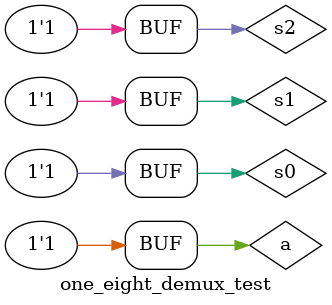
<source format=v>
`timescale 1ns / 1ps


module one_eight_demux_test;

	// Inputs
	reg a;
	reg s0;
	reg s1;
	reg s2;

	// Outputs
	wire y0;
	wire y1;
	wire y2;
	wire y3;
	wire y4;
	wire y5;
	wire y6;
	wire y7;

	// Instantiate the Unit Under Test (UUT)
	one_eight_demux uut (
		.y0(y0), 
		.y1(y1), 
		.y2(y2), 
		.y3(y3), 
		.y4(y4), 
		.y5(y5), 
		.y6(y6), 
		.y7(y7), 
		.a(a), 
		.s0(s0), 
		.s1(s1), 
		.s2(s2)
	);

	initial begin
		// Initialize Inputs
		a = 0;
		s0 = 0;
		s1 = 0;
		s2 = 0;
		// Wait 100 ns for global reset to finish
		#10;
      repeat(15)
		begin
		#10;
		a = a^(s0&s1&s2);
		s2 = s2^(s1&s0);
		s1 = s1^(s0);
		s0 = s0^1;
		end
		// Add stimulus here

	end
      
endmodule


</source>
